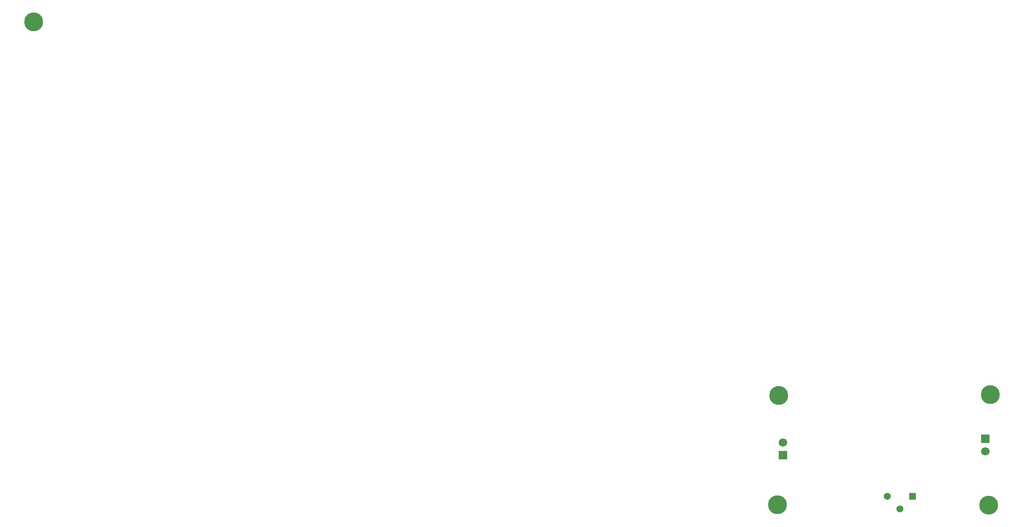
<source format=gbr>
%TF.GenerationSoftware,KiCad,Pcbnew,9.0.4*%
%TF.CreationDate,2025-09-16T11:07:58+03:00*%
%TF.ProjectId,5 to 15v,3520746f-2031-4357-962e-6b696361645f,rev?*%
%TF.SameCoordinates,Original*%
%TF.FileFunction,Soldermask,Bot*%
%TF.FilePolarity,Negative*%
%FSLAX46Y46*%
G04 Gerber Fmt 4.6, Leading zero omitted, Abs format (unit mm)*
G04 Created by KiCad (PCBNEW 9.0.4) date 2025-09-16 11:07:58*
%MOMM*%
%LPD*%
G01*
G04 APERTURE LIST*
G04 Aperture macros list*
%AMRoundRect*
0 Rectangle with rounded corners*
0 $1 Rounding radius*
0 $2 $3 $4 $5 $6 $7 $8 $9 X,Y pos of 4 corners*
0 Add a 4 corners polygon primitive as box body*
4,1,4,$2,$3,$4,$5,$6,$7,$8,$9,$2,$3,0*
0 Add four circle primitives for the rounded corners*
1,1,$1+$1,$2,$3*
1,1,$1+$1,$4,$5*
1,1,$1+$1,$6,$7*
1,1,$1+$1,$8,$9*
0 Add four rect primitives between the rounded corners*
20,1,$1+$1,$2,$3,$4,$5,0*
20,1,$1+$1,$4,$5,$6,$7,0*
20,1,$1+$1,$6,$7,$8,$9,0*
20,1,$1+$1,$8,$9,$2,$3,0*%
G04 Aperture macros list end*
%ADD10R,1.700000X1.700000*%
%ADD11C,1.700000*%
%ADD12C,3.800000*%
%ADD13RoundRect,0.102000X0.611000X0.611000X-0.611000X0.611000X-0.611000X-0.611000X0.611000X-0.611000X0*%
%ADD14C,1.426000*%
G04 APERTURE END LIST*
D10*
%TO.C,J1*%
X152930000Y-89495000D03*
D11*
X152930000Y-86955000D03*
%TD*%
D12*
%TO.C,H1*%
X2175000Y-2175000D03*
%TD*%
%TO.C,H4*%
X194370000Y-99510000D03*
%TD*%
D13*
%TO.C,RV1*%
X178995500Y-97730000D03*
D14*
X176455500Y-100270000D03*
X173915500Y-97730000D03*
%TD*%
D12*
%TO.C,H1*%
X152100000Y-77400000D03*
%TD*%
D10*
%TO.C,J2*%
X193670000Y-86165000D03*
D11*
X193670000Y-88705000D03*
%TD*%
D12*
%TO.C,H3*%
X194640000Y-77300000D03*
%TD*%
%TO.C,H2*%
X151870000Y-99470000D03*
%TD*%
M02*

</source>
